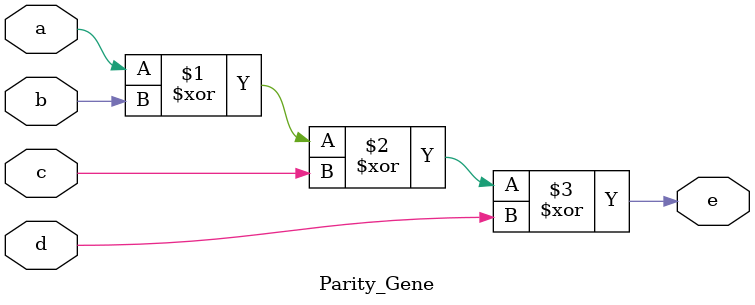
<source format=v>


`timescale 1ns / 1ps
module Parity_Gene(
input a,b,c,d,
output e
    );
    assign e = a ^ b ^ c ^ d;
endmodule

</source>
